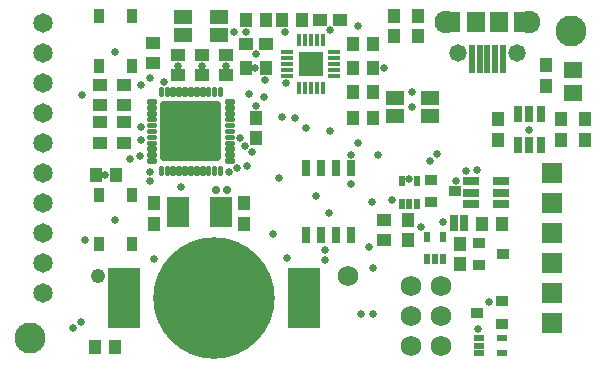
<source format=gts>
G75*
%MOIN*%
%OFA0B0*%
%FSLAX25Y25*%
%IPPOS*%
%LPD*%
%AMOC8*
5,1,8,0,0,1.08239X$1,22.5*
%
%ADD10C,0.10343*%
%ADD11C,0.40500*%
%ADD12R,0.10500X0.20500*%
%ADD13R,0.04437X0.04831*%
%ADD14R,0.06406X0.05618*%
%ADD15R,0.04831X0.04437*%
%ADD16C,0.00841*%
%ADD17C,0.02019*%
%ADD18C,0.06900*%
%ADD19C,0.06500*%
%ADD20R,0.06500X0.06500*%
%ADD21R,0.03000X0.05500*%
%ADD22R,0.02272X0.09752*%
%ADD23C,0.05815*%
%ADD24C,0.07587*%
%ADD25R,0.06406X0.06602*%
%ADD26R,0.04043X0.03650*%
%ADD27R,0.02862X0.05224*%
%ADD28R,0.07193X0.09949*%
%ADD29R,0.06012X0.04831*%
%ADD30R,0.01878X0.03650*%
%ADD31C,0.04831*%
%ADD32C,0.06799*%
%ADD33R,0.03650X0.01878*%
%ADD34R,0.03699X0.04634*%
%ADD35R,0.02665X0.05224*%
%ADD36R,0.05224X0.02665*%
%ADD37R,0.01484X0.04437*%
%ADD38R,0.04437X0.01484*%
%ADD39R,0.08374X0.08374*%
%ADD40C,0.02681*%
%ADD41C,0.02878*%
D10*
X0018000Y0018714D03*
X0198500Y0121214D03*
D11*
X0079500Y0032214D03*
D12*
X0049500Y0032214D03*
X0109500Y0032214D03*
D13*
X0144000Y0051368D03*
X0144000Y0058061D03*
X0161500Y0050061D03*
X0161500Y0043368D03*
X0168654Y0056714D03*
X0175346Y0056714D03*
X0174000Y0084868D03*
X0174000Y0091561D03*
X0190000Y0102868D03*
X0190000Y0109561D03*
X0195000Y0091561D03*
X0203000Y0091561D03*
X0203000Y0084868D03*
X0195000Y0084868D03*
X0147500Y0119368D03*
X0139500Y0119368D03*
X0132346Y0116714D03*
X0125654Y0116714D03*
X0125654Y0108714D03*
X0132346Y0108714D03*
X0132346Y0100714D03*
X0125654Y0100714D03*
X0125654Y0092214D03*
X0132346Y0092214D03*
X0096846Y0108714D03*
X0090154Y0108714D03*
X0090154Y0124714D03*
X0096846Y0124714D03*
X0102154Y0124714D03*
X0108846Y0124714D03*
X0139500Y0126061D03*
X0147500Y0126061D03*
X0093500Y0092061D03*
X0093500Y0085368D03*
X0089500Y0063561D03*
X0089500Y0056868D03*
X0059500Y0056868D03*
X0059500Y0063561D03*
X0046846Y0073214D03*
X0040154Y0073214D03*
X0039654Y0015714D03*
X0046346Y0015714D03*
D14*
X0199000Y0100474D03*
X0199000Y0107955D03*
D15*
X0136000Y0058061D03*
X0136000Y0051368D03*
X0083500Y0106368D03*
X0083500Y0113061D03*
X0090154Y0116714D03*
X0096846Y0116714D03*
X0114654Y0124714D03*
X0121346Y0124714D03*
X0075500Y0113061D03*
X0075500Y0106368D03*
X0067500Y0106368D03*
X0067500Y0113061D03*
X0059000Y0110368D03*
X0059000Y0117061D03*
X0049500Y0103061D03*
X0041500Y0103061D03*
X0041500Y0096368D03*
X0041500Y0090561D03*
X0049500Y0090561D03*
X0049500Y0096368D03*
X0049500Y0083868D03*
X0041500Y0083868D03*
D16*
X0059617Y0084197D02*
X0059617Y0083357D01*
X0057201Y0083357D01*
X0057201Y0084197D01*
X0059617Y0084197D01*
X0057201Y0084197D01*
X0059617Y0082229D02*
X0059617Y0081389D01*
X0057201Y0081389D01*
X0057201Y0082229D01*
X0059617Y0082229D01*
X0057201Y0082229D01*
X0059617Y0080260D02*
X0059617Y0079420D01*
X0057201Y0079420D01*
X0057201Y0080260D01*
X0059617Y0080260D01*
X0057201Y0080260D01*
X0059617Y0078292D02*
X0059617Y0077452D01*
X0057201Y0077452D01*
X0057201Y0078292D01*
X0059617Y0078292D01*
X0057201Y0078292D01*
X0062077Y0075832D02*
X0062077Y0073416D01*
X0061237Y0073416D01*
X0061237Y0075832D01*
X0062077Y0075832D01*
X0062077Y0074256D02*
X0061237Y0074256D01*
X0061237Y0075096D02*
X0062077Y0075096D01*
X0064046Y0075832D02*
X0064046Y0073416D01*
X0063206Y0073416D01*
X0063206Y0075832D01*
X0064046Y0075832D01*
X0064046Y0074256D02*
X0063206Y0074256D01*
X0063206Y0075096D02*
X0064046Y0075096D01*
X0066014Y0075832D02*
X0066014Y0073416D01*
X0065174Y0073416D01*
X0065174Y0075832D01*
X0066014Y0075832D01*
X0066014Y0074256D02*
X0065174Y0074256D01*
X0065174Y0075096D02*
X0066014Y0075096D01*
X0067983Y0075832D02*
X0067983Y0073416D01*
X0067143Y0073416D01*
X0067143Y0075832D01*
X0067983Y0075832D01*
X0067983Y0074256D02*
X0067143Y0074256D01*
X0067143Y0075096D02*
X0067983Y0075096D01*
X0069951Y0075832D02*
X0069951Y0073416D01*
X0069111Y0073416D01*
X0069111Y0075832D01*
X0069951Y0075832D01*
X0069951Y0074256D02*
X0069111Y0074256D01*
X0069111Y0075096D02*
X0069951Y0075096D01*
X0071920Y0075832D02*
X0071920Y0073416D01*
X0071080Y0073416D01*
X0071080Y0075832D01*
X0071920Y0075832D01*
X0071920Y0074256D02*
X0071080Y0074256D01*
X0071080Y0075096D02*
X0071920Y0075096D01*
X0073889Y0075832D02*
X0073889Y0073416D01*
X0073049Y0073416D01*
X0073049Y0075832D01*
X0073889Y0075832D01*
X0073889Y0074256D02*
X0073049Y0074256D01*
X0073049Y0075096D02*
X0073889Y0075096D01*
X0075857Y0075832D02*
X0075857Y0073416D01*
X0075017Y0073416D01*
X0075017Y0075832D01*
X0075857Y0075832D01*
X0075857Y0074256D02*
X0075017Y0074256D01*
X0075017Y0075096D02*
X0075857Y0075096D01*
X0077826Y0075832D02*
X0077826Y0073416D01*
X0076986Y0073416D01*
X0076986Y0075832D01*
X0077826Y0075832D01*
X0077826Y0074256D02*
X0076986Y0074256D01*
X0076986Y0075096D02*
X0077826Y0075096D01*
X0079794Y0075832D02*
X0079794Y0073416D01*
X0078954Y0073416D01*
X0078954Y0075832D01*
X0079794Y0075832D01*
X0079794Y0074256D02*
X0078954Y0074256D01*
X0078954Y0075096D02*
X0079794Y0075096D01*
X0081763Y0075832D02*
X0081763Y0073416D01*
X0080923Y0073416D01*
X0080923Y0075832D01*
X0081763Y0075832D01*
X0081763Y0074256D02*
X0080923Y0074256D01*
X0080923Y0075096D02*
X0081763Y0075096D01*
X0085799Y0077452D02*
X0085799Y0078292D01*
X0085799Y0077452D02*
X0083383Y0077452D01*
X0083383Y0078292D01*
X0085799Y0078292D01*
X0083383Y0078292D01*
X0085799Y0079420D02*
X0085799Y0080260D01*
X0085799Y0079420D02*
X0083383Y0079420D01*
X0083383Y0080260D01*
X0085799Y0080260D01*
X0083383Y0080260D01*
X0085799Y0081389D02*
X0085799Y0082229D01*
X0085799Y0081389D02*
X0083383Y0081389D01*
X0083383Y0082229D01*
X0085799Y0082229D01*
X0083383Y0082229D01*
X0085799Y0083357D02*
X0085799Y0084197D01*
X0085799Y0083357D02*
X0083383Y0083357D01*
X0083383Y0084197D01*
X0085799Y0084197D01*
X0083383Y0084197D01*
X0085799Y0085326D02*
X0085799Y0086166D01*
X0085799Y0085326D02*
X0083383Y0085326D01*
X0083383Y0086166D01*
X0085799Y0086166D01*
X0083383Y0086166D01*
X0085799Y0087294D02*
X0085799Y0088134D01*
X0085799Y0087294D02*
X0083383Y0087294D01*
X0083383Y0088134D01*
X0085799Y0088134D01*
X0083383Y0088134D01*
X0085799Y0089263D02*
X0085799Y0090103D01*
X0085799Y0089263D02*
X0083383Y0089263D01*
X0083383Y0090103D01*
X0085799Y0090103D01*
X0083383Y0090103D01*
X0085799Y0091231D02*
X0085799Y0092071D01*
X0085799Y0091231D02*
X0083383Y0091231D01*
X0083383Y0092071D01*
X0085799Y0092071D01*
X0083383Y0092071D01*
X0085799Y0093200D02*
X0085799Y0094040D01*
X0085799Y0093200D02*
X0083383Y0093200D01*
X0083383Y0094040D01*
X0085799Y0094040D01*
X0083383Y0094040D01*
X0085799Y0095168D02*
X0085799Y0096008D01*
X0085799Y0095168D02*
X0083383Y0095168D01*
X0083383Y0096008D01*
X0085799Y0096008D01*
X0083383Y0096008D01*
X0085799Y0097137D02*
X0085799Y0097977D01*
X0085799Y0097137D02*
X0083383Y0097137D01*
X0083383Y0097977D01*
X0085799Y0097977D01*
X0083383Y0097977D01*
X0081763Y0099597D02*
X0081763Y0102013D01*
X0081763Y0099597D02*
X0080923Y0099597D01*
X0080923Y0102013D01*
X0081763Y0102013D01*
X0081763Y0100437D02*
X0080923Y0100437D01*
X0080923Y0101277D02*
X0081763Y0101277D01*
X0079794Y0102013D02*
X0079794Y0099597D01*
X0078954Y0099597D01*
X0078954Y0102013D01*
X0079794Y0102013D01*
X0079794Y0100437D02*
X0078954Y0100437D01*
X0078954Y0101277D02*
X0079794Y0101277D01*
X0077826Y0102013D02*
X0077826Y0099597D01*
X0076986Y0099597D01*
X0076986Y0102013D01*
X0077826Y0102013D01*
X0077826Y0100437D02*
X0076986Y0100437D01*
X0076986Y0101277D02*
X0077826Y0101277D01*
X0075857Y0102013D02*
X0075857Y0099597D01*
X0075017Y0099597D01*
X0075017Y0102013D01*
X0075857Y0102013D01*
X0075857Y0100437D02*
X0075017Y0100437D01*
X0075017Y0101277D02*
X0075857Y0101277D01*
X0073889Y0102013D02*
X0073889Y0099597D01*
X0073049Y0099597D01*
X0073049Y0102013D01*
X0073889Y0102013D01*
X0073889Y0100437D02*
X0073049Y0100437D01*
X0073049Y0101277D02*
X0073889Y0101277D01*
X0071920Y0102013D02*
X0071920Y0099597D01*
X0071080Y0099597D01*
X0071080Y0102013D01*
X0071920Y0102013D01*
X0071920Y0100437D02*
X0071080Y0100437D01*
X0071080Y0101277D02*
X0071920Y0101277D01*
X0069951Y0102013D02*
X0069951Y0099597D01*
X0069111Y0099597D01*
X0069111Y0102013D01*
X0069951Y0102013D01*
X0069951Y0100437D02*
X0069111Y0100437D01*
X0069111Y0101277D02*
X0069951Y0101277D01*
X0067983Y0102013D02*
X0067983Y0099597D01*
X0067143Y0099597D01*
X0067143Y0102013D01*
X0067983Y0102013D01*
X0067983Y0100437D02*
X0067143Y0100437D01*
X0067143Y0101277D02*
X0067983Y0101277D01*
X0066014Y0102013D02*
X0066014Y0099597D01*
X0065174Y0099597D01*
X0065174Y0102013D01*
X0066014Y0102013D01*
X0066014Y0100437D02*
X0065174Y0100437D01*
X0065174Y0101277D02*
X0066014Y0101277D01*
X0064046Y0102013D02*
X0064046Y0099597D01*
X0063206Y0099597D01*
X0063206Y0102013D01*
X0064046Y0102013D01*
X0064046Y0100437D02*
X0063206Y0100437D01*
X0063206Y0101277D02*
X0064046Y0101277D01*
X0062077Y0102013D02*
X0062077Y0099597D01*
X0061237Y0099597D01*
X0061237Y0102013D01*
X0062077Y0102013D01*
X0062077Y0100437D02*
X0061237Y0100437D01*
X0061237Y0101277D02*
X0062077Y0101277D01*
X0059617Y0097977D02*
X0059617Y0097137D01*
X0057201Y0097137D01*
X0057201Y0097977D01*
X0059617Y0097977D01*
X0057201Y0097977D01*
X0059617Y0096008D02*
X0059617Y0095168D01*
X0057201Y0095168D01*
X0057201Y0096008D01*
X0059617Y0096008D01*
X0057201Y0096008D01*
X0059617Y0094040D02*
X0059617Y0093200D01*
X0057201Y0093200D01*
X0057201Y0094040D01*
X0059617Y0094040D01*
X0057201Y0094040D01*
X0059617Y0092071D02*
X0059617Y0091231D01*
X0057201Y0091231D01*
X0057201Y0092071D01*
X0059617Y0092071D01*
X0057201Y0092071D01*
X0059617Y0090103D02*
X0059617Y0089263D01*
X0057201Y0089263D01*
X0057201Y0090103D01*
X0059617Y0090103D01*
X0057201Y0090103D01*
X0059617Y0088134D02*
X0059617Y0087294D01*
X0057201Y0087294D01*
X0057201Y0088134D01*
X0059617Y0088134D01*
X0057201Y0088134D01*
X0059617Y0086166D02*
X0059617Y0085326D01*
X0057201Y0085326D01*
X0057201Y0086166D01*
X0059617Y0086166D01*
X0057201Y0086166D01*
D17*
X0080583Y0078631D02*
X0080583Y0096797D01*
X0080583Y0078631D02*
X0062417Y0078631D01*
X0062417Y0096797D01*
X0080583Y0096797D01*
X0080583Y0080649D02*
X0062417Y0080649D01*
X0062417Y0082667D02*
X0080583Y0082667D01*
X0080583Y0084685D02*
X0062417Y0084685D01*
X0062417Y0086703D02*
X0080583Y0086703D01*
X0080583Y0088721D02*
X0062417Y0088721D01*
X0062417Y0090739D02*
X0080583Y0090739D01*
X0080583Y0092757D02*
X0062417Y0092757D01*
X0062417Y0094775D02*
X0080583Y0094775D01*
X0080583Y0096793D02*
X0062417Y0096793D01*
D18*
X0145000Y0036214D03*
X0155000Y0036214D03*
X0155000Y0026214D03*
X0145000Y0026214D03*
X0145000Y0016214D03*
X0155000Y0016214D03*
D19*
X0022500Y0033714D03*
X0022500Y0043714D03*
X0022500Y0053714D03*
X0022500Y0063714D03*
X0022500Y0073714D03*
X0022500Y0083714D03*
X0022500Y0093714D03*
X0022500Y0103714D03*
X0022500Y0113714D03*
X0022500Y0123714D03*
D20*
X0192000Y0073714D03*
X0192000Y0063714D03*
X0192000Y0053714D03*
X0192000Y0043714D03*
X0192000Y0033714D03*
X0192000Y0023714D03*
D21*
X0162600Y0057214D03*
X0159400Y0057214D03*
D22*
X0165382Y0111714D03*
X0167941Y0111714D03*
X0170500Y0111714D03*
X0173059Y0111714D03*
X0175618Y0111714D03*
D23*
X0180343Y0113584D03*
X0160657Y0113584D03*
D24*
X0156720Y0124214D03*
X0184280Y0124214D03*
D25*
X0182508Y0124214D03*
X0174437Y0124214D03*
X0166563Y0124214D03*
X0158492Y0124214D03*
D26*
X0151563Y0071455D03*
X0159831Y0067714D03*
X0151563Y0063974D03*
X0167563Y0050455D03*
X0175831Y0046714D03*
X0167563Y0042974D03*
X0175437Y0030955D03*
X0167169Y0027214D03*
X0175437Y0023474D03*
D27*
X0125000Y0053191D03*
X0120000Y0053191D03*
X0115000Y0053191D03*
X0110000Y0053191D03*
X0110000Y0075238D03*
X0115000Y0075238D03*
X0120000Y0075238D03*
X0125000Y0075238D03*
D28*
X0081783Y0060714D03*
X0067217Y0060714D03*
D29*
X0139594Y0092565D03*
X0139594Y0098864D03*
X0151406Y0098864D03*
X0151406Y0092565D03*
X0080906Y0119565D03*
X0080906Y0125864D03*
X0069094Y0125864D03*
X0069094Y0119565D03*
D30*
X0141941Y0070955D03*
X0147059Y0070955D03*
X0147059Y0063474D03*
X0144500Y0063474D03*
X0141941Y0063474D03*
X0150441Y0052455D03*
X0155559Y0052455D03*
X0155559Y0044974D03*
X0153000Y0044974D03*
X0150441Y0044974D03*
D31*
X0040831Y0039482D03*
D32*
X0123902Y0039482D03*
D33*
X0167760Y0018773D03*
X0167760Y0016214D03*
X0167760Y0013655D03*
X0175240Y0013655D03*
X0175240Y0018773D03*
D34*
X0052012Y0050045D03*
X0040988Y0050045D03*
X0040988Y0066384D03*
X0052012Y0066384D03*
X0052012Y0109545D03*
X0040988Y0109545D03*
X0040988Y0125884D03*
X0052012Y0125884D03*
D35*
X0180760Y0093332D03*
X0184500Y0093332D03*
X0188240Y0093332D03*
X0188240Y0083096D03*
X0184500Y0083096D03*
X0180760Y0083096D03*
D36*
X0175118Y0070955D03*
X0175118Y0067214D03*
X0175118Y0063474D03*
X0164882Y0063474D03*
X0164882Y0067214D03*
X0164882Y0070955D03*
D37*
X0115563Y0102214D03*
X0113594Y0102214D03*
X0111626Y0102214D03*
X0109657Y0102214D03*
X0107689Y0102214D03*
X0107689Y0117962D03*
X0109657Y0117962D03*
X0111626Y0117962D03*
X0113594Y0117962D03*
X0115563Y0117962D03*
D38*
X0119500Y0114025D03*
X0119500Y0112057D03*
X0119500Y0110088D03*
X0119500Y0108120D03*
X0119500Y0106151D03*
X0103752Y0106151D03*
X0103752Y0108120D03*
X0103752Y0110088D03*
X0103752Y0112057D03*
X0103752Y0114025D03*
D39*
X0111626Y0110088D03*
D40*
X0103500Y0103714D03*
X0096500Y0104714D03*
X0093089Y0108714D03*
X0093500Y0113292D03*
X0083500Y0109303D03*
X0075500Y0109303D03*
X0067500Y0109303D03*
X0062578Y0103972D03*
X0058000Y0105503D03*
X0055000Y0103214D03*
X0046500Y0114214D03*
X0035500Y0099714D03*
X0055000Y0089214D03*
X0055000Y0084636D03*
X0054543Y0079520D03*
X0051500Y0078510D03*
X0058000Y0073892D03*
X0058000Y0070914D03*
X0068500Y0069214D03*
X0084500Y0074214D03*
X0087179Y0075534D03*
X0090500Y0075925D03*
X0092000Y0080714D03*
X0089743Y0082714D03*
X0088000Y0085425D03*
X0102119Y0092333D03*
X0106500Y0092214D03*
X0110000Y0088714D03*
X0118000Y0087714D03*
X0127500Y0083714D03*
X0125000Y0079714D03*
X0134131Y0079846D03*
X0144500Y0071714D03*
X0138589Y0064714D03*
X0132000Y0064214D03*
X0125000Y0070214D03*
X0113500Y0066214D03*
X0117631Y0060346D03*
X0131000Y0049214D03*
X0132500Y0042214D03*
X0116500Y0044714D03*
X0116500Y0048214D03*
X0103823Y0045392D03*
X0099119Y0053333D03*
X0101000Y0072214D03*
X0093500Y0096214D03*
X0096000Y0099214D03*
X0091000Y0100214D03*
X0090000Y0120714D03*
X0086000Y0120714D03*
X0103000Y0120714D03*
X0117909Y0121306D03*
X0127500Y0122714D03*
X0136104Y0108714D03*
X0145500Y0100714D03*
X0145500Y0095714D03*
X0153550Y0079925D03*
X0151419Y0077795D03*
X0160000Y0071214D03*
X0163189Y0074525D03*
X0167000Y0074714D03*
X0184500Y0088214D03*
X0155673Y0057388D03*
X0148500Y0055714D03*
X0171000Y0030714D03*
X0167500Y0021714D03*
X0132500Y0026714D03*
X0128500Y0026714D03*
X0059500Y0045214D03*
X0046500Y0058214D03*
X0036500Y0051425D03*
X0043089Y0073214D03*
X0035000Y0024214D03*
X0032500Y0022214D03*
D41*
X0080119Y0068096D03*
X0083597Y0068214D03*
M02*

</source>
